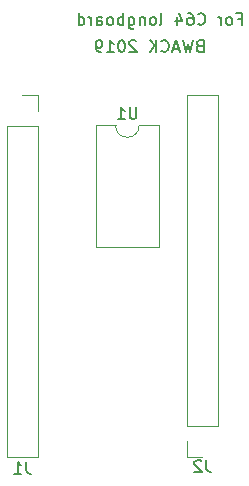
<source format=gbr>
G04 #@! TF.GenerationSoftware,KiCad,Pcbnew,(5.1.2)-1*
G04 #@! TF.CreationDate,2019-07-14T14:04:16+02:00*
G04 #@! TF.ProjectId,C64-Switchless-Quad-Kernal-Switcher,4336342d-5377-4697-9463-686c6573732d,1.20*
G04 #@! TF.SameCoordinates,Original*
G04 #@! TF.FileFunction,Legend,Bot*
G04 #@! TF.FilePolarity,Positive*
%FSLAX46Y46*%
G04 Gerber Fmt 4.6, Leading zero omitted, Abs format (unit mm)*
G04 Created by KiCad (PCBNEW (5.1.2)-1) date 2019-07-14 14:04:16*
%MOMM*%
%LPD*%
G04 APERTURE LIST*
%ADD10C,0.150000*%
%ADD11C,0.120000*%
G04 APERTURE END LIST*
D10*
X119149285Y-57967571D02*
X119006428Y-58015190D01*
X118958809Y-58062809D01*
X118911190Y-58158047D01*
X118911190Y-58300904D01*
X118958809Y-58396142D01*
X119006428Y-58443761D01*
X119101666Y-58491380D01*
X119482619Y-58491380D01*
X119482619Y-57491380D01*
X119149285Y-57491380D01*
X119054047Y-57539000D01*
X119006428Y-57586619D01*
X118958809Y-57681857D01*
X118958809Y-57777095D01*
X119006428Y-57872333D01*
X119054047Y-57919952D01*
X119149285Y-57967571D01*
X119482619Y-57967571D01*
X118577857Y-57491380D02*
X118339761Y-58491380D01*
X118149285Y-57777095D01*
X117958809Y-58491380D01*
X117720714Y-57491380D01*
X117387380Y-58205666D02*
X116911190Y-58205666D01*
X117482619Y-58491380D02*
X117149285Y-57491380D01*
X116815952Y-58491380D01*
X115911190Y-58396142D02*
X115958809Y-58443761D01*
X116101666Y-58491380D01*
X116196904Y-58491380D01*
X116339761Y-58443761D01*
X116435000Y-58348523D01*
X116482619Y-58253285D01*
X116530238Y-58062809D01*
X116530238Y-57919952D01*
X116482619Y-57729476D01*
X116435000Y-57634238D01*
X116339761Y-57539000D01*
X116196904Y-57491380D01*
X116101666Y-57491380D01*
X115958809Y-57539000D01*
X115911190Y-57586619D01*
X115482619Y-58491380D02*
X115482619Y-57491380D01*
X114911190Y-58491380D02*
X115339761Y-57919952D01*
X114911190Y-57491380D02*
X115482619Y-58062809D01*
X113768333Y-57586619D02*
X113720714Y-57539000D01*
X113625476Y-57491380D01*
X113387380Y-57491380D01*
X113292142Y-57539000D01*
X113244523Y-57586619D01*
X113196904Y-57681857D01*
X113196904Y-57777095D01*
X113244523Y-57919952D01*
X113815952Y-58491380D01*
X113196904Y-58491380D01*
X112577857Y-57491380D02*
X112482619Y-57491380D01*
X112387380Y-57539000D01*
X112339761Y-57586619D01*
X112292142Y-57681857D01*
X112244523Y-57872333D01*
X112244523Y-58110428D01*
X112292142Y-58300904D01*
X112339761Y-58396142D01*
X112387380Y-58443761D01*
X112482619Y-58491380D01*
X112577857Y-58491380D01*
X112673095Y-58443761D01*
X112720714Y-58396142D01*
X112768333Y-58300904D01*
X112815952Y-58110428D01*
X112815952Y-57872333D01*
X112768333Y-57681857D01*
X112720714Y-57586619D01*
X112673095Y-57539000D01*
X112577857Y-57491380D01*
X111292142Y-58491380D02*
X111863571Y-58491380D01*
X111577857Y-58491380D02*
X111577857Y-57491380D01*
X111673095Y-57634238D01*
X111768333Y-57729476D01*
X111863571Y-57777095D01*
X110815952Y-58491380D02*
X110625476Y-58491380D01*
X110530238Y-58443761D01*
X110482619Y-58396142D01*
X110387380Y-58253285D01*
X110339761Y-58062809D01*
X110339761Y-57681857D01*
X110387380Y-57586619D01*
X110435000Y-57539000D01*
X110530238Y-57491380D01*
X110720714Y-57491380D01*
X110815952Y-57539000D01*
X110863571Y-57586619D01*
X110911190Y-57681857D01*
X110911190Y-57919952D01*
X110863571Y-58015190D01*
X110815952Y-58062809D01*
X110720714Y-58110428D01*
X110530238Y-58110428D01*
X110435000Y-58062809D01*
X110387380Y-58015190D01*
X110339761Y-57919952D01*
X122395428Y-55681571D02*
X122728761Y-55681571D01*
X122728761Y-56205380D02*
X122728761Y-55205380D01*
X122252571Y-55205380D01*
X121728761Y-56205380D02*
X121824000Y-56157761D01*
X121871619Y-56110142D01*
X121919238Y-56014904D01*
X121919238Y-55729190D01*
X121871619Y-55633952D01*
X121824000Y-55586333D01*
X121728761Y-55538714D01*
X121585904Y-55538714D01*
X121490666Y-55586333D01*
X121443047Y-55633952D01*
X121395428Y-55729190D01*
X121395428Y-56014904D01*
X121443047Y-56110142D01*
X121490666Y-56157761D01*
X121585904Y-56205380D01*
X121728761Y-56205380D01*
X120966857Y-56205380D02*
X120966857Y-55538714D01*
X120966857Y-55729190D02*
X120919238Y-55633952D01*
X120871619Y-55586333D01*
X120776380Y-55538714D01*
X120681142Y-55538714D01*
X119014476Y-56110142D02*
X119062095Y-56157761D01*
X119204952Y-56205380D01*
X119300190Y-56205380D01*
X119443047Y-56157761D01*
X119538285Y-56062523D01*
X119585904Y-55967285D01*
X119633523Y-55776809D01*
X119633523Y-55633952D01*
X119585904Y-55443476D01*
X119538285Y-55348238D01*
X119443047Y-55253000D01*
X119300190Y-55205380D01*
X119204952Y-55205380D01*
X119062095Y-55253000D01*
X119014476Y-55300619D01*
X118157333Y-55205380D02*
X118347809Y-55205380D01*
X118443047Y-55253000D01*
X118490666Y-55300619D01*
X118585904Y-55443476D01*
X118633523Y-55633952D01*
X118633523Y-56014904D01*
X118585904Y-56110142D01*
X118538285Y-56157761D01*
X118443047Y-56205380D01*
X118252571Y-56205380D01*
X118157333Y-56157761D01*
X118109714Y-56110142D01*
X118062095Y-56014904D01*
X118062095Y-55776809D01*
X118109714Y-55681571D01*
X118157333Y-55633952D01*
X118252571Y-55586333D01*
X118443047Y-55586333D01*
X118538285Y-55633952D01*
X118585904Y-55681571D01*
X118633523Y-55776809D01*
X117204952Y-55538714D02*
X117204952Y-56205380D01*
X117443047Y-55157761D02*
X117681142Y-55872047D01*
X117062095Y-55872047D01*
X115776380Y-56205380D02*
X115871619Y-56157761D01*
X115919238Y-56062523D01*
X115919238Y-55205380D01*
X115252571Y-56205380D02*
X115347809Y-56157761D01*
X115395428Y-56110142D01*
X115443047Y-56014904D01*
X115443047Y-55729190D01*
X115395428Y-55633952D01*
X115347809Y-55586333D01*
X115252571Y-55538714D01*
X115109714Y-55538714D01*
X115014476Y-55586333D01*
X114966857Y-55633952D01*
X114919238Y-55729190D01*
X114919238Y-56014904D01*
X114966857Y-56110142D01*
X115014476Y-56157761D01*
X115109714Y-56205380D01*
X115252571Y-56205380D01*
X114490666Y-55538714D02*
X114490666Y-56205380D01*
X114490666Y-55633952D02*
X114443047Y-55586333D01*
X114347809Y-55538714D01*
X114204952Y-55538714D01*
X114109714Y-55586333D01*
X114062095Y-55681571D01*
X114062095Y-56205380D01*
X113157333Y-55538714D02*
X113157333Y-56348238D01*
X113204952Y-56443476D01*
X113252571Y-56491095D01*
X113347809Y-56538714D01*
X113490666Y-56538714D01*
X113585904Y-56491095D01*
X113157333Y-56157761D02*
X113252571Y-56205380D01*
X113443047Y-56205380D01*
X113538285Y-56157761D01*
X113585904Y-56110142D01*
X113633523Y-56014904D01*
X113633523Y-55729190D01*
X113585904Y-55633952D01*
X113538285Y-55586333D01*
X113443047Y-55538714D01*
X113252571Y-55538714D01*
X113157333Y-55586333D01*
X112681142Y-56205380D02*
X112681142Y-55205380D01*
X112681142Y-55586333D02*
X112585904Y-55538714D01*
X112395428Y-55538714D01*
X112300190Y-55586333D01*
X112252571Y-55633952D01*
X112204952Y-55729190D01*
X112204952Y-56014904D01*
X112252571Y-56110142D01*
X112300190Y-56157761D01*
X112395428Y-56205380D01*
X112585904Y-56205380D01*
X112681142Y-56157761D01*
X111633523Y-56205380D02*
X111728761Y-56157761D01*
X111776380Y-56110142D01*
X111824000Y-56014904D01*
X111824000Y-55729190D01*
X111776380Y-55633952D01*
X111728761Y-55586333D01*
X111633523Y-55538714D01*
X111490666Y-55538714D01*
X111395428Y-55586333D01*
X111347809Y-55633952D01*
X111300190Y-55729190D01*
X111300190Y-56014904D01*
X111347809Y-56110142D01*
X111395428Y-56157761D01*
X111490666Y-56205380D01*
X111633523Y-56205380D01*
X110443047Y-56205380D02*
X110443047Y-55681571D01*
X110490666Y-55586333D01*
X110585904Y-55538714D01*
X110776380Y-55538714D01*
X110871619Y-55586333D01*
X110443047Y-56157761D02*
X110538285Y-56205380D01*
X110776380Y-56205380D01*
X110871619Y-56157761D01*
X110919238Y-56062523D01*
X110919238Y-55967285D01*
X110871619Y-55872047D01*
X110776380Y-55824428D01*
X110538285Y-55824428D01*
X110443047Y-55776809D01*
X109966857Y-56205380D02*
X109966857Y-55538714D01*
X109966857Y-55729190D02*
X109919238Y-55633952D01*
X109871619Y-55586333D01*
X109776380Y-55538714D01*
X109681142Y-55538714D01*
X108919238Y-56205380D02*
X108919238Y-55205380D01*
X108919238Y-56157761D02*
X109014476Y-56205380D01*
X109204952Y-56205380D01*
X109300190Y-56157761D01*
X109347809Y-56110142D01*
X109395428Y-56014904D01*
X109395428Y-55729190D01*
X109347809Y-55633952D01*
X109300190Y-55586333D01*
X109204952Y-55538714D01*
X109014476Y-55538714D01*
X108919238Y-55586333D01*
D11*
X110380000Y-64710000D02*
X112030000Y-64710000D01*
X110380000Y-74990000D02*
X110380000Y-64710000D01*
X115680000Y-74990000D02*
X110380000Y-74990000D01*
X115680000Y-64710000D02*
X115680000Y-74990000D01*
X114030000Y-64710000D02*
X115680000Y-64710000D01*
X112030000Y-64710000D02*
G75*
G03X114030000Y-64710000I1000000J0D01*
G01*
X105470000Y-92770000D02*
X102810000Y-92770000D01*
X105470000Y-64770000D02*
X105470000Y-92770000D01*
X102810000Y-64770000D02*
X102810000Y-92770000D01*
X105470000Y-64770000D02*
X102810000Y-64770000D01*
X105470000Y-63500000D02*
X105470000Y-62170000D01*
X105470000Y-62170000D02*
X104140000Y-62170000D01*
X118050000Y-92770000D02*
X119380000Y-92770000D01*
X118050000Y-91440000D02*
X118050000Y-92770000D01*
X118050000Y-90170000D02*
X120710000Y-90170000D01*
X120710000Y-90170000D02*
X120710000Y-62170000D01*
X118050000Y-90170000D02*
X118050000Y-62170000D01*
X118050000Y-62170000D02*
X120710000Y-62170000D01*
D10*
X113791904Y-63162380D02*
X113791904Y-63971904D01*
X113744285Y-64067142D01*
X113696666Y-64114761D01*
X113601428Y-64162380D01*
X113410952Y-64162380D01*
X113315714Y-64114761D01*
X113268095Y-64067142D01*
X113220476Y-63971904D01*
X113220476Y-63162380D01*
X112220476Y-64162380D02*
X112791904Y-64162380D01*
X112506190Y-64162380D02*
X112506190Y-63162380D01*
X112601428Y-63305238D01*
X112696666Y-63400476D01*
X112791904Y-63448095D01*
X104473333Y-93178380D02*
X104473333Y-93892666D01*
X104520952Y-94035523D01*
X104616190Y-94130761D01*
X104759047Y-94178380D01*
X104854285Y-94178380D01*
X103473333Y-94178380D02*
X104044761Y-94178380D01*
X103759047Y-94178380D02*
X103759047Y-93178380D01*
X103854285Y-93321238D01*
X103949523Y-93416476D01*
X104044761Y-93464095D01*
X119713333Y-93051380D02*
X119713333Y-93765666D01*
X119760952Y-93908523D01*
X119856190Y-94003761D01*
X119999047Y-94051380D01*
X120094285Y-94051380D01*
X119284761Y-93146619D02*
X119237142Y-93099000D01*
X119141904Y-93051380D01*
X118903809Y-93051380D01*
X118808571Y-93099000D01*
X118760952Y-93146619D01*
X118713333Y-93241857D01*
X118713333Y-93337095D01*
X118760952Y-93479952D01*
X119332380Y-94051380D01*
X118713333Y-94051380D01*
M02*

</source>
